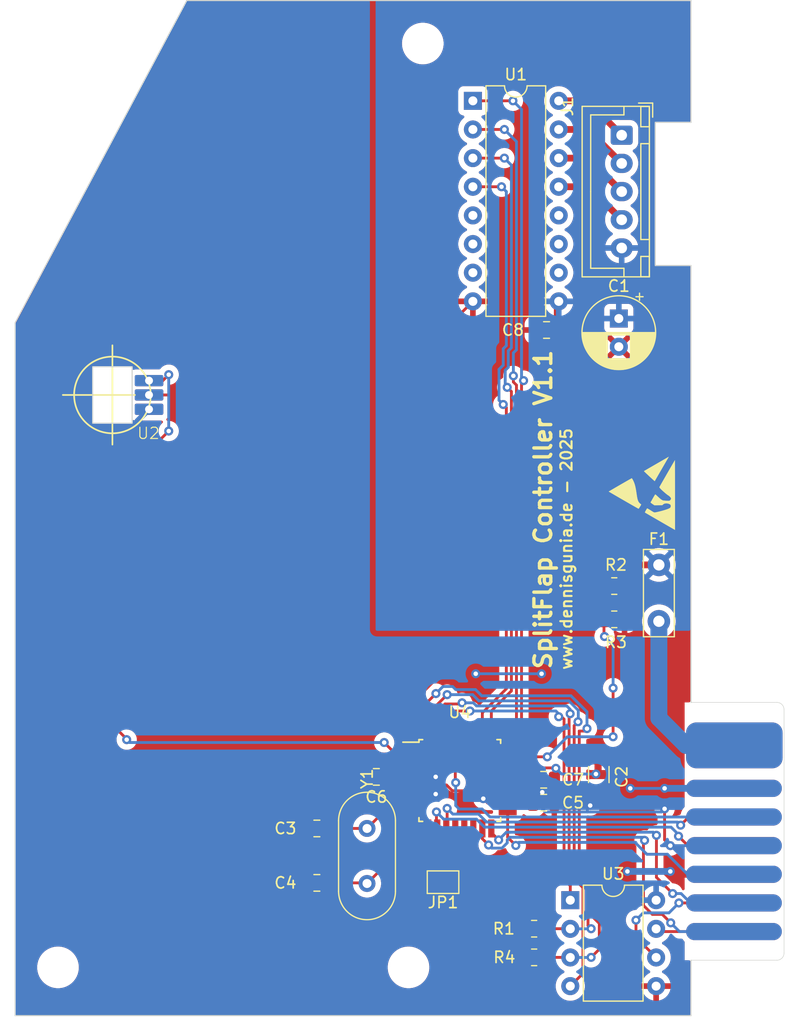
<source format=kicad_pcb>
(kicad_pcb (version 20241229) (generator "pcbnew") (generator_version "9.0")
  (layers (0 "F.Cu" signal) (2 "B.Cu" signal) (13 "F.Paste" user) (15 "B.Paste" user) (5 "F.SilkS" user "F.Silkscreen") (7 "B.SilkS" user "B.Silkscreen") (1 "F.Mask" user) (3 "B.Mask" user) (25 "Edge.Cuts" user))
  (net 0 "")
  (net 1 "+12V")
  (net 2 "GND")
  (net 3 "+5V")
  (net 4 "Net-(J1-Pin_2)")
  (net 5 "Net-(J1-Pin_3)")
  (net 6 "Net-(J1-Pin_4)")
  (net 7 "/BUS_HIGH")
  (net 8 "/BUS_LOW")
  (net 9 "/BUS_RESET")
  (net 10 "/BUS_DETC_IN")
  (net 11 "/BUS_DETC_OUT")
  (net 12 "/GATE_HOME")
  (net 13 "/MOT_A")
  (net 14 "/MOT_B")
  (net 15 "/MOT_C")
  (net 16 "/MOT_D")
  (net 23 "/BUS_RX")
  (net 24 "/BUS_TX")
  (net 25 "/PRG_MOSI")
  (net 26 "/PRG_MISO")
  (net 27 "/PRG_SCK")
  (net 28 "Net-(U4-PB6{slash}XTAL1)")
  (net 29 "Net-(U4-PB7{slash}XTAL2)")
  (net 31 "Net-(JP1-A)")
  (net 37 "Net-(J6-Pin_15)")
  (net 38 "Net-(U4-ADC7)")
  (net 39 "Net-(U4-AREF)")
  (net 40 "Net-(J1-Pin_1)")
  (net 41 "/~{BUS_RXE}")
  (net 42 "/~{BUS_TXE}")
  (footprint "Capacitor_SMD:C_1206_3216Metric" (layer "F.Cu") (at 138.176 105.459 90)
    (property "Reference" "C2")
    (property "Value" "10u 16V")
  )
  (footprint "Capacitor_SMD:C_0805_2012Metric" (layer "F.Cu") (at 133.538 66.04 180)
    (property "Reference" "C8")
    (property "Value" "100n")
  )
  (footprint "Capacitor_SMD:C_0805_2012Metric" (layer "F.Cu") (at 113.15 110.236)
    (property "Reference" "C3")
    (property "Value" "22p")
  )
  (footprint "Resistor_SMD:R_0805_2012Metric" (layer "F.Cu") (at 139.5495 88.744)
    (property "Reference" "R2")
    (property "Value" "10k")
  )
  (footprint "Crystal:Crystal_HC49-U_Vertical" (layer "F.Cu") (at 117.602 110.236 -90)
    (property "Reference" "Y1")
    (property "Value" "16,0000-HC49U-S")
  )
  (footprint "Dennis:Card Edge 16 power" (layer "F.Cu") (at 150.175 119.38 90)
    (property "Reference" "J6" (hide yes))
    (property "Value" "2x08 Edge Connector" (hide yes))
    (fp_line (start -2.54 -3.81) (end -2.54 3.81) (stroke (width 0.05)) (layer "Edge.Cuts"))
    (fp_line (start 20.32 3.81) (end 20.32 -3.81) (stroke (width 0.05)) (layer "Edge.Cuts"))
    (fp_line (start -1.905 4.445) (end 19.685 4.445) (stroke (width 0.05)) (layer "Edge.Cuts"))
    (fp_arc (start 20.32 3.81) (mid 20.134013 4.259013) (end 19.685 4.445) (stroke (width 0.05)) (layer "Edge.Cuts"))
    (fp_arc (start -1.905 4.445) (mid -2.354013 4.259013) (end -2.54 3.81) (stroke (width 0.05)) (layer "Edge.Cuts"))
  )
  (footprint "Package_QFP:TQFP-32_7x7mm_P0.8mm" (layer "F.Cu") (at 125.838 105.986)
    (property "Reference" "U4")
    (property "Value" "ATmega8A-A")
  )
  (footprint "Capacitor_THT:CP_Radial_D6.3mm_P2.50mm" (layer "F.Cu") (at 139.954 65.024 -90)
    (property "Reference" "C1")
    (property "Value" "10u 35V")
  )
  (footprint "Resistor_SMD:R_0805_2012Metric" (layer "F.Cu") (at 132.4375 119.126 180)
    (property "Reference" "R1")
    (property "Value" "10k")
  )
  (footprint "Capacitor_SMD:C_0805_2012Metric" (layer "F.Cu") (at 113.15 115.062)
    (property "Reference" "C4")
    (property "Value" "22p")
  )
  (footprint "Package_DIP:DIP-16_W7.62mm" (layer "F.Cu") (at 127 45.72)
    (property "Reference" "U1")
    (property "Value" "ULN2003")
  )
  (footprint "Resistor_SMD:R_0805_2012Metric" (layer "F.Cu") (at 132.4375 121.666 180)
    (property "Reference" "R4")
    (property "Value" "10k")
  )
  (footprint "MountingHole:MountingHole_3.2mm_M3" (layer "F.Cu") (at 122.555 40.64)
    (property "Reference" "H3" (hide yes))
    (property "Value" "MountingHole")
  )
  (footprint "Capacitor_SMD:C_0805_2012Metric" (layer "F.Cu") (at 118.43 105.664)
    (property "Reference" "C6")
    (property "Value" "100n")
  )
  (footprint "Dennis:UA A1101" (layer "F.Cu") (at 98.25 71.8)
    (property "Reference" "U2")
    (property "Value" "A1101")
    (fp_line (start -5 2.5) (end -5 -2.5) (stroke (width 0.1)) (layer "Edge.Cuts"))
    (fp_line (start -1.5 -2.5) (end -5 -2.5) (stroke (width 0.1)) (layer "Edge.Cuts"))
    (fp_line (start -1.5 0) (end -1.5 -2.5) (stroke (width 0.1)) (layer "Edge.Cuts"))
    (fp_line (start -1.5 0) (end -1.5 2.5) (stroke (width 0.1)) (layer "Edge.Cuts"))
    (fp_line (start -1.5 2.5) (end -5 2.5) (stroke (width 0.1)) (layer "Edge.Cuts"))
  )
  (footprint "MountingHole:MountingHole_3.2mm_M3" (layer "F.Cu") (at 121.285 122.555)
    (property "Reference" "H1" (hide yes))
    (property "Value" "MountingHole")
  )
  (footprint "Capacitor_SMD:C_0805_2012Metric" (layer "F.Cu") (at 133.284 107.95 180)
    (property "Reference" "C5")
    (property "Value" "100n")
  )
  (footprint "Jumper:SolderJumper-2_P1.3mm_Open_Pad1.0x1.5mm" (layer "F.Cu") (at 124.35 115 180)
    (property "Reference" "JP1")
    (property "Value" "Jumper Addr-Reset")
  )
  (footprint "Package_DIP:DIP-8_W7.62mm" (layer "F.Cu") (at 135.646 116.596)
    (property "Reference" "U3")
    (property "Value" "SN75176AP")
  )
  (footprint "Capacitor_SMD:C_0805_2012Metric" (layer "F.Cu") (at 133.284 105.918 180)
    (property "Reference" "C7")
    (property "Value" "100n")
  )
  (footprint "Connector_JST:JST_XH_B5B-XH-A_1x05_P2.50mm_Vertical" (layer "F.Cu") (at 140.208 48.768 -90)
    (property "Reference" "J1")
    (property "Value" "JST B5B-XH-A")
  )
  (footprint "Resistor_SMD:R_0805_2012Metric" (layer "F.Cu") (at 139.5495 91.694)
    (property "Reference" "R3")
    (property "Value" "1k")
  )
  (footprint "Symbol:ESD-Logo_6.6x6mm_SilkScreen" (layer "F.Cu") (at 141.986 80.518 90)
    (property "Reference" "REF**" (hide yes))
    (property "Value" "ESD-Logo_6.6x6mm_SilkScreen" (hide yes))
  )
  (footprint "Capacitor_THT:C_Disc_D7.5mm_W2.5mm_P5.00mm" (layer "F.Cu") (at 143.51 91.868 90)
    (property "Reference" "F1")
    (property "Value" "RXEF010")
  )
  (footprint "MountingHole:MountingHole_3.2mm_M3" (layer "F.Cu") (at 90.17 122.555)
    (property "Reference" "H2" (hide yes))
    (property "Value" "MountingHole")
  )
  (gr_circle (center 95 71.8) (end 95 68.4) (stroke (width 0.15)) (fill no) (layer "F.SilkS"))
  (gr_line (start 90.6 71.8) (end 97 71.8) (stroke (width 0.15)) (layer "F.SilkS"))
  (gr_line (start 95 67.4) (end 95 76.2) (stroke (width 0.15)) (layer "F.SilkS"))
  (gr_line (start 86.36 126.83) (end 146.36 126.83) (stroke (width 0.1)) (layer "Edge.Cuts"))
  (gr_line (start 143.19 47.625) (end 146.365 47.625) (stroke (width 0.1)) (layer "Edge.Cuts"))
  (gr_line (start 146.36 126.83) (end 146.365 121.92) (stroke (width 0.1)) (layer "Edge.Cuts"))
  (gr_line (start 146.36 36.83) (end 146.365 47.625) (stroke (width 0.1)) (layer "Edge.Cuts"))
  (gr_line (start 146.365 99.06) (end 146.36 60.325) (stroke (width 0.1)) (layer "Edge.Cuts"))
  (gr_line (start 101.6 36.83) (end 146.36 36.83) (stroke (width 0.1)) (layer "Edge.Cuts"))
  (gr_line (start 86.36 126.83) (end 86.36 65.405) (stroke (width 0.1)) (layer "Edge.Cuts"))
  (gr_line (start 86.36 65.405) (end 101.6 36.83) (stroke (width 0.1)) (layer "Edge.Cuts"))
  (gr_line (start 143.19 60.325) (end 143.19 47.625) (stroke (width 0.1)) (layer "Edge.Cuts"))
  (gr_line (start 146.36 60.325) (end 143.19 60.325) (stroke (width 0.1)) (layer "Edge.Cuts"))
  (gr_text "SplitFlap Controller V1.1" (at 134.112 96.266 90) (layer "F.SilkS") (effects (font (size 1.5 1.5) (thickness 0.3) (bold yes)) (justify left bottom)))
  (gr_text "www.dennisgunia.de - 2025" (at 135.89 96.266 90) (layer "F.SilkS") (effects (font (size 1 1) (thickness 0.1875)) (justify left bottom)))
  (segment (start 138.637 88.744) (end 140.513 86.868) (width 0.6) (layer "F.Cu") (net 1))
  (segment (start 140.208 64.77) (end 139.954 65.024) (width 0.6) (layer "F.Cu") (net 1))
  (segment (start 134.488 66.04) (end 134.488 63.632) (width 0.6) (layer "F.Cu") (net 1))
  (segment (start 140.513 86.868) (end 143.51 86.868) (width 0.6) (layer "F.Cu") (net 1))
  (segment (start 134.488 63.632) (end 134.62 63.5) (width 0.6) (layer "F.Cu") (net 1))
  (segment (start 139.954 59.022) (end 140.208 58.768) (width 0.6) (layer "B.Cu") (net 1))
  (segment (start 119.253 103.632) (end 117.48 103.632) (width 0.25) (layer "F.Cu") (net 2))
  (segment (start 120.538 104.786) (end 120.366 104.614) (width 0.25) (layer "F.Cu") (net 2))
  (segment (start 140.97 106.68) (end 140.462 106.68) (width 0.25) (layer "F.Cu") (net 2))
  (segment (start 140.462 106.68) (end 139.192 105.41) (width 0.25) (layer "F.Cu") (net 2))
  (segment (start 150.175 114.3) (end 144.78 114.3) (width 0.6) (layer "F.Cu") (net 2))
  (segment (start 134.332 104.868) (end 134.366 104.902) (width 0.25) (layer "F.Cu") (net 2))
  (segment (start 130.088 105.586) (end 131.1209 105.586) (width 0.25) (layer "F.Cu") (net 2))
  (segment (start 125.175695 106.897) (end 127.727 106.897) (width 0.25) (layer "F.Cu") (net 2))
  (segment (start 150.209 102.87) (end 142.748 102.87) (width 1.5) (layer "F.Cu") (net 2))
  (segment (start 139.192 105.41) (end 137.922 105.41) (width 0.25) (layer "F.Cu") (net 2))
  (segment (start 134.366 104.902) (end 134.366 105.786) (width 0.25) (layer "F.Cu") (net 2))
  (segment (start 120.235 104.614) (end 119.253 103.632) (width 0.25) (layer "F.Cu") (net 2))
  (segment (start 144.78 106.68) (end 144.018 106.68) (width 0.25) (layer "F.Cu") (net 2))
  (segment (start 131.1209 105.586) (end 131.8389 104.868) (width 0.25) (layer "F.Cu") (net 2))
  (segment (start 118.364 99.314) (end 121.402695 99.314) (width 0.25) (layer "F.Cu") (net 2))
  (segment (start 120.463 104.902) (end 120.463 106.311) (width 0.25) (layer "F.Cu") (net 2))
  (segment (start 137.922 105.41) (end 137.922 104.238) (width 0.25) (layer "F.Cu") (net 2))
  (segment (start 144.78 114.3) (end 144.526 114.046) (width 0.6) (layer "F.Cu") (net 2))
  (segment (start 120.463 104.861) (end 120.463 104.902) (width 0.25) (layer "F.Cu") (net 2))
  (segment (start 121.402695 99.314) (end 124.196695 96.52) (width 0.25) (layer "F.Cu") (net 2))
  (segment (start 129.038 105.586) (end 130.088 105.586) (width 0.25) (layer "F.Cu") (net 2))
  (segment (start 137.922 104.238) (end 138.176 103.984) (width 0.25) (layer "F.Cu") (net 2))
  (segment (start 121.588 106.386) (end 124.664695 106.386) (width 0.25) (layer "F.Cu") (net 2))
  (segment (start 134.366 105.786) (end 134.234 105.918) (width 0.25) (layer "F.Cu") (net 2))
  (segment (start 118.7 71.8) (end 127 63.5) (width 0.25) (layer "F.Cu") (net 2))
  (segment (start 150.175 106.68) (end 144.78 106.68) (width 0.25) (layer "F.Cu") (net 2))
  (segment (start 127.727 106.897) (end 129.038 105.586) (width 0.25) (layer "F.Cu") (net 2))
  (segment (start 120.366 104.614) (end 120.235 104.614) (width 0.25) (layer "F.Cu") (net 2))
  (segment (start 131.8389 104.868) (end 134.332 104.868) (width 0.25) (layer "F.Cu") (net 2))
  (segment (start 117.48 105.664) (end 117.48 103.632) (width 0.25) (layer "F.Cu") (net 2))
  (segment (start 134.234 107.95) (end 134.234 105.918) (width 0.25) (layer "F.Cu") (net 2))
  (segment (start 124.196695 96.52) (end 127.254 96.52) (width 0.25) (layer "F.Cu") (net 2))
  (segment (start 133.136 96.56) (end 133.096 96.52) (width 0.25) (layer "F.Cu") (net 2))
  (segment (start 124.664695 106.386) (end 125.175695 106.897) (width 0.25) (layer "F.Cu") (net 2))
  (segment (start 120.538 104.786) (end 120.463 104.861) (width 0.25) (layer "F.Cu") (net 2))
  (segment (start 98.25 71.8) (end 118.7 71.8) (width 0.25) (layer "F.Cu") (net 2))
  (segment (start 120.538 106.386) (end 121.588 106.386) (width 0.25) (layer "F.Cu") (net 2))
  (segment (start 120.463 106.311) (end 120.538 106.386) (width 0.25) (layer "F.Cu") (net 2))
  (segment (start 117.48 100.198) (end 118.364 99.314) (width 0.25) (layer "F.Cu") (net 2))
  (segment (start 117.48 103.632) (end 117.48 100.198) (width 0.25) (layer "F.Cu") (net 2))
  (segment (start 121.588 104.786) (end 120.538 104.786) (width 0.25) (layer "F.Cu") (net 2))
  (via (at 134.366 104.902) (size 0.8) (drill 0.4) (layers "F.Cu" "B.Cu") (net 2))
  (via (at 144.526 114.046) (size 0.8) (drill 0.4) (layers "F.Cu" "B.Cu") (net 2))
  (via (at 127.254 96.52) (size 0.8) (drill 0.4) (layers "F.Cu" "B.Cu") (net 2))
  (via (at 133.096 96.52) (size 0.8) (drill 0.4) (layers "F.Cu" "B.Cu") (net 2))
  (via (at 140.97 106.68) (size 0.8) (drill 0.4) (layers "F.Cu" "B.Cu") (net 2))
  (via (at 144.018 106.68) (size 0.8) (drill 0.4) (layers "F.Cu" "B.Cu") (net 2))
  (via (at 137.922 105.41) (size 0.8) (drill 0.4) (layers "F.Cu" "B.Cu") (net 2))
  (via (at 140.716 114.046) (size 0.8) (drill 0.4) (layers "F.Cu" "B.Cu") (net 2))
  (segment (start 144.018 106.68) (end 140.97 106.68) (width 0.25) (layer "B.Cu") (net 2))
  (segment (start 144.526 114.046) (end 140.716 114.046) (width 0.6) (layer "B.Cu") (net 2))
  (segment (start 133.096 96.52) (end 127.254 96.52) (width 0.25) (layer "B.Cu") (net 2))
  (segment (start 150.175 106.68) (end 144.018 106.68) (width 0.6) (layer "B.Cu") (net 2))
  (segment (start 137.922 105.41) (end 134.874 105.41) (width 0.25) (layer "B.Cu") (net 2))
  (segment (start 134.874 105.41) (end 134.366 104.902) (width 0.25) (layer "B.Cu") (net 2))
  (segment (start 128.313998 107.986) (end 130.088 107.986) (width 0.25) (layer "F.Cu") (net 3))
  (segment (start 138.647 107.405) (end 138.176 106.934) (width 0.25) (layer "F.Cu") (net 3))
  (segment (start 144.018 111.252) (end 144.526 111.76) (width 0.25) (layer "F.Cu") (net 3))
  (segment (start 119.38 106.389) (end 120.177 107.186) (width 0.25) (layer "F.Cu") (net 3))
  (segment (start 123.698 107.188) (end 121.59 107.188) (width 0.25) (layer "F.Cu") (net 3))
  (segment (start 119.38 105.664) (end 119.38 106.389) (width 0.25) (layer "F.Cu") (net 3))
  (segment (start 138.176 106.934) (end 138.176 107.442) (width 0.25) (layer "F.Cu") (net 3))
  (segment (start 133.159089 107.025008) (end 133.159089 107.124911) (width 0.25) (layer "F.Cu") (net 3))
  (segment (start 138.176 107.442) (end 137.414 108.204) (width 0.25) (layer "F.Cu") (net 3))
  (segment (start 144.018 108.4955) (end 144.018 111.252) (width 0.25) (layer "F.Cu") (net 3))
  (segment (start 120.177 107.186) (end 121.588 107.186) (width 0.25) (layer "F.Cu") (net 3))
  (segment (start 130.088 107.986) (end 132.486 107.986) (width 0.25) (layer "F.Cu") (net 3))
  (segment (start 127.922596 107.594598) (end 128.313998 107.986) (width 0.25) (layer "F.Cu") (net 3))
  (segment (start 121.588 105.586) (end 123.6225 105.586) (width 0.25) (layer "F.Cu") (net 3))
  (segment (start 123.6225 105.586) (end 123.698 105.6615) (width 0.25) (layer "F.Cu") (net 3))
  (segment (start 121.59 107.188) (end 121.588 107.186) (width 0.25) (layer "F.Cu") (net 3))
  (segment (start 133.159089 107.124911) (end 132.334 107.95) (width 0.25) (layer "F.Cu") (net 3))
  (via (at 144.018 108.4955) (size 0.8) (drill 0.4) (layers "F.Cu" "B.Cu") (net 3))
  (via (at 123.698 107.188) (size 0.8) (drill 0.4) (layers "F.Cu" "B.Cu") (net 3))
  (via (at 127.922596 107.594598) (size 0.8) (drill 0.4) (layers "F.Cu" "B.Cu") (net 3))
  (via (at 137.414 108.204) (size 0.8) (drill 0.4) (layers "F.Cu" "B.Cu") (net 3))
  (via (at 144.526 111.76) (size 0.8) (drill 0.4) (layers "F.Cu" "B.Cu") (net 3))
  (via (at 133.159089 107.025008) (size 0.8) (drill 0.4) (layers "F.Cu" "B.Cu") (net 3))
  (via (at 123.698 105.6615) (size 0.8) (drill 0.4) (layers "F.Cu" "B.Cu") (net 3))
  (segment (start 123.698 105.6615) (end 123.9125 105.447) (width 0.25) (layer "B.Cu") (net 3))
  (segment (start 135.948 108.77) (end 137.16 108.77) (width 0.25) (layer "B.Cu") (net 3))
  (segment (start 126.238 104.902) (end 127.922596 106.586596) (width 0.25) (layer "B.Cu") (net 3))
  (segment (start 133.096 107.088097) (end 133.159089 107.025008) (width 0.25) (layer "B.Cu") (net 3))
  (segment (start 124.46 105.41) (end 124.968 104.902) (width 0.25) (layer "B.Cu") (net 3))
  (segment (start 143.7435 108.77) (end 144.018 108.4955) (width 0.25) (layer "B.Cu") (net 3))
  (segment (start 137.16 108.77) (end 143.256 108.77) (width 0.25) (layer "B.Cu") (net 3))
  (segment (start 123.698 105.6615) (end 123.698 107.188) (width 0.25) (layer "B.Cu") (net 3))
  (segment (start 127.922596 106.586596) (end 127.922596 107.594598) (width 0.25) (layer "B.Cu") (net 3))
  (segment (start 124.968 104.902) (end 126.238 104.902) (width 0.25) (layer "B.Cu") (net 3))
  (segment (start 137.16 108.458) (end 137.16 108.77) (width 0.25) (layer "B.Cu") (net 3))
  (segment (start 123.9125 105.447) (end 124.46 105.447) (width 0.25) (layer "B.Cu") (net 3))
  (segment (start 137.414 108.204) (end 137.16 108.458) (width 0.25) (layer "B.Cu") (net 3))
  (segment (start 143.256 108.77) (end 143.7435 108.77) (width 0.25) (layer "B.Cu") (net 3))
  (segment (start 124.46 105.447) (end 124.46 105.41) (width 0.25) (layer "B.Cu") (net 3))
  (segment (start 135.948 108.77) (end 133.408 108.77) (width 0.25) (layer "B.Cu") (net 3))
  (segment (start 133.408 108.77) (end 133.096 108.458) (width 0.25) (layer "B.Cu") (net 3))
  (segment (start 144.526 111.76) (end 150.175 111.76) (width 0.25) (layer "B.Cu") (net 3))
  (segment (start 133.096 108.458) (end 133.096 107.088097) (width 0.25) (layer "B.Cu") (net 3))
  (segment (start 137.2 48.26) (end 140.208 51.268) (width 0.6) (layer "F.Cu") (net 4))
  (segment (start 134.62 48.26) (end 137.2 48.26) (width 0.6) (layer "F.Cu") (net 4))
  (segment (start 137.24 50.8) (end 140.208 53.768) (width 0.6) (layer "F.Cu") (net 5))
  (segment (start 134.62 50.8) (end 137.24 50.8) (width 0.6) (layer "F.Cu") (net 5))
  (segment (start 134.62 53.34) (end 137.28 53.34) (width 0.6) (layer "F.Cu") (net 6))
  (segment (start 137.28 53.34) (end 140.208 56.268) (width 0.6) (layer "F.Cu") (net 6))
  (segment (start 143.51 119.38) (end 143.266 119.136) (width 0.25) (layer "F.Cu") (net 7))
  (segment (start 150.175 119.38) (end 143.51 119.38) (width 0.25) (layer "F.Cu") (net 7))
  (segment (start 150.175 116.84) (end 145.288 116.84) (width 0.25) (layer "F.Cu") (net 8))
  (segment (start 141.478 119.888) (end 143.266 121.676) (width 0.25) (layer "F.Cu") (net 8))
  (segment (start 141.478 118.364) (end 141.478 119.888) (width 0.25) (layer "F.Cu") (net 8))
  (via (at 141.478 118.364) (size 0.8) (drill 0.4) (layers "F.Cu" "B.Cu") (net 8))
  (via (at 145.288 116.84) (size 0.8) (drill 0.4) (layers "F.Cu" "B.Cu") (net 8))
  (segment (start 145.288 116.84) (end 144.407 117.721) (width 0.25) (layer "B.Cu") (net 8))
  (segment (start 142.121 117.721) (end 141.478 118.364) (width 0.25) (layer "B.Cu") (net 8))
  (segment (start 144.407 117.721) (end 142.121 117.721) (width 0.25) (layer "B.Cu") (net 8))
  (segment (start 125.476 106.172) (end 125.438 106.134) (width 0.25) (layer "F.Cu") (net 9))
  (segment (start 125.438 106.134) (end 125.438 101.736) (width 0.25) (layer "F.Cu") (net 9))
  (via (at 125.476 106.172) (size 0.8) (drill 0.4) (layers "F.Cu" "B.Cu") (net 9))
  (segment (start 150.175 109.22) (end 128.524 109.22) (width 0.25) (layer "B.Cu") (net 9))
  (segment (start 128.524 109.22) (end 127.815198 108.511198) (width 0.25) (layer "B.Cu") (net 9))
  (segment (start 125.783198 108.511198) (end 125.476 108.204) (width 0.25) (layer "B.Cu") (net 9))
  (segment (start 127.815198 108.511198) (end 125.783198 108.511198) (width 0.25) (layer "B.Cu") (net 9))
  (segment (start 125.476 108.204) (end 125.476 106.172) (width 0.25) (layer "B.Cu") (net 9))
  (segment (start 150.175 109.22) (end 146.166987 109.22) (width 0.25) (layer "F.Cu") (net 10))
  (segment (start 146.166987 109.22) (end 145.442487 109.9445) (width 0.25) (layer "F.Cu") (net 10))
  (segment (start 124.714 110.16) (end 124.638 110.236) (width 0.25) (layer "F.Cu") (net 10))
  (segment (start 124.714 108.458) (end 124.714 110.16) (width 0.25) (layer "F.Cu") (net 10))
  (via (at 124.714 108.458) (size 0.8) (drill 0.4) (layers "F.Cu" "B.Cu") (net 10))
  (via (at 145.442487 109.9445) (size 0.8) (drill 0.4) (layers "F.Cu" "B.Cu") (net 10))
  (segment (start 125.217198 108.961198) (end 124.714 108.458) (width 0.25) (layer "B.Cu") (net 10))
  (segment (start 127.503198 108.961198) (end 125.217198 108.961198) (width 0.25) (layer "B.Cu") (net 10))
  (segment (start 145.442487 109.9445) (end 145.167987 109.67) (width 0.25) (layer "B.Cu") (net 10))
  (segment (start 145.167987 109.67) (end 128.212 109.67) (width 0.25) (layer "B.Cu") (net 10))
  (segment (start 128.212 109.67) (end 127.503198 108.961198) (width 0.25) (layer "B.Cu") (net 10))
  (segment (start 146.087011 111.76) (end 145.252861 110.92585) (width 0.25) (layer "F.Cu") (net 11))
  (segment (start 123.765788 108.77407) (end 123.765788 110.163788) (width 0.25) (layer "F.Cu") (net 11))
  (segment (start 123.765788 110.163788) (end 123.838 110.236) (width 0.25) (layer "F.Cu") (net 11))
  (segment (start 150.175 111.76) (end 146.087011 111.76) (width 0.25) (layer "F.Cu") (net 11))
  (via (at 123.765788 108.77407) (size 0.8) (drill 0.4) (layers "F.Cu" "B.Cu") (net 11))
  (via (at 145.252861 110.92585) (size 0.8) (drill 0.4) (layers "F.Cu" "B.Cu") (net 11))
  (segment (start 124.402916 109.411198) (end 123.765788 108.77407) (width 0.25) (layer "B.Cu") (net 11))
  (segment (start 144.717487 110.244805) (end 144.592682 110.12) (width 0.25) (layer "B.Cu") (net 11))
  (segment (start 145.252861 110.780179) (end 144.717487 110.244805) (width 0.25) (layer "B.Cu") (net 11))
  (segment (start 145.252861 110.92585) (end 145.252861 110.780179) (width 0.25) (layer "B.Cu") (net 11))
  (segment (start 131.064 110.12) (end 128.025604 110.12) (width 0.25) (layer "B.Cu") (net 11))
  (segment (start 127.316802 109.411198) (end 124.402916 109.411198) (width 0.25) (layer "B.Cu") (net 11))
  (segment (start 144.592682 110.12) (end 131.064 110.12) (width 0.25) (layer "B.Cu") (net 11))
  (segment (start 128.025604 110.12) (end 127.316802 109.411198) (width 0.25) (layer "B.Cu") (net 11))
  (segment (start 99.47 70.53) (end 100 70) (width 0.25) (layer "F.Cu") (net 12))
  (segment (start 121.588 103.986) (end 120.496 103.986) (width 0.25) (layer "F.Cu") (net 12))
  (segment (start 96.266 102.362) (end 96.266 102.312) (width 0.25) (layer "F.Cu") (net 12))
  (segment (start 95.3 79.7) (end 100 75) (width 0.25) (layer "F.Cu") (net 12))
  (segment (start 95.3 101.346) (end 95.3 79.7) (width 0.25) (layer "F.Cu") (net 12))
  (segment (start 96.266 102.312) (end 95.3 101.346) (width 0.25) (layer "F.Cu") (net 12))
  (segment (start 98.25 70.53) (end 99.47 70.53) (width 0.25) (layer "F.Cu") (net 12))
  (segment (start 120.496 103.986) (end 119.126 102.616) (width 0.25) (layer "F.Cu") (net 12))
  (via (at 96.266 102.362) (size 0.8) (drill 0.4) (layers "F.Cu" "B.Cu") (net 12))
  (via (at 100 70) (size 0.8) (drill 0.4) (layers "F.Cu" "B.Cu") (net 12))
  (via (at 119.126 102.616) (size 0.8) (drill 0.4) (layers "F.Cu" "B.Cu") (net 12))
  (via (at 100 75) (size 0.8) (drill 0.4) (layers "F.Cu" "B.Cu") (net 12))
  (segment (start 119.126 102.616) (end 96.52 102.616) (width 0.25) (layer "B.Cu") (net 12))
  (segment (start 96.52 102.616) (end 96.266 102.362) (width 0.25) (layer "B.Cu") (net 12))
  (segment (start 100 70) (end 100 75) (width 0.25) (layer "B.Cu") (net 12))
  (segment (start 131.318 103.806) (end 131.318 70.708316) (width 0.25) (layer "F.Cu") (net 13))
  (segment (start 130.556 45.72) (end 127 45.72) (width 0.25) (layer "F.Cu") (net 13))
  (segment (start 131.318 70.708316) (end 131.498973 70.527343) (width 0.25) (layer "F.Cu") (net 13))
  (segment (start 130.088 103.986) (end 131.138 103.986) (width 0.25) (layer "F.Cu") (net 13))
  (segment (start 131.138 103.986) (end 131.318 103.806) (width 0.25) (layer "F.Cu") (net 13))
  (via (at 130.556 45.72) (size 0.8) (drill 0.4) (layers "F.Cu" "B.Cu") (net 13))
  (via (at 131.498973 70.527343) (size 0.8) (drill 0.4) (layers "F.Cu" "B.Cu") (net 13))
  (segment (start 131.318 67.564) (end 131.318 70.34637) (width 0.25) (layer "B.Cu") (net 13))
  (segment (start 131.318 67.564) (end 131.318 46.482) (width 0.25) (layer "B.Cu") (net 13))
  (segment (start 131.318 70.34637) (end 131.498973 70.527343) (width 0.25) (layer "B.Cu") (net 13))
  (segment (start 131.318 46.482) (end 130.556 45.72) (width 0.25) (layer "B.Cu") (net 13))
  (segment (start 131.318 68.58) (end 131.318 67.564) (width 0.25) (layer "B.Cu") (net 13))
  (segment (start 130.593 70.649) (end 130.868 70.924) (width 0.25) (layer "F.Cu") (net 14))
  (segment (start 129.794 48.26) (end 127 48.26) (width 0.25) (layer "F.Cu") (net 14))
  (segment (start 130.868 102.406) (end 130.088 103.186) (width 0.25) (layer "F.Cu") (net 14))
  (segment (start 130.868 70.924) (end 130.868 102.406) (width 0.25) (layer "F.Cu") (net 14))
  (segment (start 130.593 70.104) (end 130.593 70.649) (width 0.25) (layer "F.Cu") (net 14))
  (via (at 129.794 48.26) (size 0.8) (drill 0.4) (layers "F.Cu" "B.Cu") (net 14))
  (via (at 130.593 70.104) (size 0.8) (drill 0.4) (layers "F.Cu" "B.Cu") (net 14))
  (segment (start 130.868 49.334) (end 130.868 67.797) (width 0.25) (layer "B.Cu") (net 14))
  (segment (start 129.794 48.26) (end 130.868 49.334) (width 0.25) (layer "B.Cu") (net 14))
  (segment (start 130.593 68.072) (end 130.593 70.104) (width 0.25) (layer "B.Cu") (net 14))
  (segment (start 130.868 67.797) (end 130.593 68.072) (width 0.25) (layer "B.Cu") (net 14))
  (segment (start 130.418 71.496597) (end 130.418 98.042) (width 0.25) (layer "F.Cu") (net 15))
  (segment (start 130.044461 71.123058) (end 130.418 71.496597) (width 0.25) (layer "F.Cu") (net 15))
  (segment (start 129.794 50.8) (end 127 50.8) (width 0.25) (layer "F.Cu") (net 15))
  (segment (start 128.638 99.822) (end 128.638 101.736) (width 0.25) (layer "F.Cu") (net 15))
  (segment (start 130.418 98.042) (end 128.638 99.822) (width 0.25) (layer "F.Cu") (net 15))
  (via (at 130.044461 71.123058) (size 0.8) (drill 0.4) (layers "F.Cu" "B.Cu") (net 15))
  (via (at 129.794 50.8) (size 0.8) (drill 0.4) (layers "F.Cu" "B.Cu") (net 15))
  (segment (start 130.418 67.610604) (end 130.143 67.885604) (width 0.25) (layer "B.Cu") (net 15))
  (segment (start 130.143 69.342) (end 129.868 69.617) (width 0.25) (layer "B.Cu") (net 15))
  (segment (start 129.868 69.617) (end 129.868 70.946597) (width 0.25) (layer "B.Cu") (net 15))
  (segment (start 129.868 70.946597) (end 130.044461 71.123058) (width 0.25) (layer "B.Cu") (net 15))
  (segment (start 130.418 51.424) (end 130.418 67.610604) (width 0.25) (layer "B.Cu") (net 15))
  (segment (start 130.143 67.885604) (end 130.143 69.342) (width 0.25) (layer "B.Cu") (net 15))
  (segment (start 129.794 50.8) (end 130.418 51.424) (width 0.25) (layer "B.Cu") (net 15))
  (segment (start 129.54 53.34) (end 127 53.34) (width 0.25) (layer "F.Cu") (net 16))
  (segment (start 127.838 99.985604) (end 127.838 101.736) (width 0.25) (layer "F.Cu") (net 16))
  (segment (start 129.693 72.644) (end 129.968 72.919) (width 0.25) (layer "F.Cu") (net 16))
  (segment (start 129.968 72.919) (end 129.968 97.855604) (width 0.25) (layer "F.Cu") (net 16))
  (segment (start 129.968 97.855604) (end 127.838 99.985604) (width 0.25) (layer "F.Cu") (net 16))
  (via (at 129.54 53.34) (size 0.8) (drill 0.4) (layers "F.Cu" "B.Cu") (net 16))
  (via (at 129.693 72.644) (size 0.8) (drill 0.4) (layers "F.Cu" "B.Cu") (net 16))
  (segment (start 129.693 67.699208) (end 129.693 69.155604) (width 0.25) (layer "B.Cu") (net 16))
  (segment (start 129.319461 72.270461) (end 129.693 72.644) (width 0.25) (layer "B.Cu") (net 16))
  (segment (start 129.693 69.155604) (end 129.319461 69.529143) (width 0.25) (layer "B.Cu") (net 16))
  (segment (start 129.968 67.424208) (end 129.693 67.699208) (width 0.25) (layer "B.Cu") (net 16))
  (segment (start 129.54 53.34) (end 129.968 53.768) (width 0.25) (layer "B.Cu") (net 16))
  (segment (start 129.968 53.768) (end 129.968 67.424208) (width 0.25) (layer "B.Cu") (net 16))
  (segment (start 129.319461 69.529143) (end 129.319461 72.270461) (width 0.25) (layer "B.Cu") (net 16))
  (segment (start 134.874 100.33) (end 135.091 100.547) (width 0.25) (layer "F.Cu") (net 23))
  (segment (start 124.9165 99.822) (end 126.746 99.822) (width 0.25) (layer "F.Cu") (net 23))
  (segment (start 124.638 100.1005) (end 124.9165 99.822) (width 0.25) (layer "F.Cu") (net 23))
  (segment (start 135.091 114.761) (end 135.646 115.316) (width 0.25) (layer "F.Cu") (net 23))
  (segment (start 135.091 100.547) (end 135.091 114.761) (width 0.25) (layer "F.Cu") (net 23))
  (segment (start 134.62 100.33) (end 134.874 100.33) (width 0.25) (layer "F.Cu") (net 23))
  (segment (start 135.646 115.316) (end 135.646 116.596) (width 0.25) (layer "F.Cu") (net 23))
  (segment (start 124.638 101.736) (end 124.638 100.1005) (width 0.25) (layer "F.Cu") (net 23))
  (via (at 134.62 100.33) (size 0.8) (drill 0.4) (layers "F.Cu" "B.Cu") (net 23))
  (via (at 126.746 99.822) (size 0.8) (drill 0.4) (layers "F.Cu" "B.Cu") (net 23))
  (segment (start 126.746 99.822) (end 134.366 99.822) (width 0.25) (layer "B.Cu") (net 23))
  (segment (start 134.62 100.076) (end 134.62 100.33) (width 0.25) (layer "B.Cu") (net 23))
  (segment (start 134.366 99.822) (end 134.62 100.076) (width 0.25) (layer "B.Cu") (net 23))
  (segment (start 124.524594 99.198302) (end 125.938443 99.198302) (width 0.25) (layer "F.Cu") (net 24))
  (segment (start 125.938443 99.198302) (end 126.039245 99.0975) (width 0.25) (layer "F.Cu") (net 24))
  (segment (start 136.771 123.091) (end 135.646 124.216) (width 0.25) (layer "F.Cu") (net 24))
  (segment (start 124.524594 99.198302) (end 123.838 99.884896) (width 0.25) (layer "F.Cu") (net 24))
  (segment (start 135.541 100.154503) (end 135.541 114.253) (width 0.25) (layer "F.Cu") (net 24))
  (segment (start 135.541 114.253) (end 136.771 115.483) (width 0.25) (layer "F.Cu") (net 24))
  (segment (start 136.771 115.483) (end 136.771 123.091) (width 0.25) (layer "F.Cu") (net 24))
  (segment (start 123.838 99.884896) (end 123.838 101.736) (width 0.25) (layer "F.Cu") (net 24))
  (segment (start 135.632051 100.063452) (end 135.541 100.154503) (width 0.25) (layer "F.Cu") (net 24))
  (via (at 135.632051 100.063452) (size 0.8) (drill 0.4) (layers "F.Cu" "B.Cu") (net 24))
  (via (at 126.039245 99.0975) (size 0.8) (drill 0.4) (layers "F.Cu" "B.Cu") (net 24))
  (segment (start 127.321305 99.372) (end 135.329508 99.372) (width 0.25) (layer "B.Cu") (net 24))
  (segment (start 126.039745 99.097) (end 127.046305 99.097) (width 0.25) (layer "B.Cu") (net 24))
  (segment (start 135.329508 99.372) (end 135.632051 99.674543) (width 0.25) (layer "B.Cu") (net 24))
  (segment (start 127.046305 99.097) (end 127.321305 99.372) (width 0.25) (layer "B.Cu") (net 24))
  (segment (start 126.039245 99.0975) (end 126.039745 99.097) (width 0.25) (layer "B.Cu") (net 24))
  (segment (start 135.632051 99.674543) (end 135.632051 100.063452) (width 0.25) (layer "B.Cu") (net 24))
  (segment (start 142.935009 117.856) (end 143.812524 117.856) (width 0.25) (layer "F.Cu") (net 25))
  (segment (start 142.141 111.3935) (end 142.141 117.061991) (width 0.25) (layer "F.Cu") (net 25))
  (segment (start 143.812524 117.856) (end 144.560387 118.603863) (width 0.25) (layer "F.Cu") (net 25))
  (segment (start 142.141 117.061991) (end 142.935009 117.856) (width 0.25) (layer "F.Cu") (net 25))
  (segment (start 127.838 111.146142) (end 128.393193 111.701335) (width 0.25) (layer "F.Cu") (net 25))
  (segment (start 127.838 110.236) (end 127.838 111.146142) (width 0.25) (layer "F.Cu") (net 25))
  (segment (start 142.24 111.2945) (end 142.141 111.3935) (width 0.25) (layer "F.Cu") (net 25))
  (via (at 142.24 111.2945) (size 0.8) (drill 0.4) (layers "F.Cu" "B.Cu") (net 25))
  (via (at 144.560387 118.603863) (size 0.8) (drill 0.4) (layers "F.Cu" "B.Cu") (net 25))
  (via (at 128.393193 111.701335) (size 0.8) (drill 0.4) (layers "F.Cu" "B.Cu") (net 25))
  (segment (start 128.668858 111.977) (end 129.586305 111.977) (width 0.25) (layer "B.Cu") (net 25))
  (segment (start 128.393193 111.701335) (end 128.668858 111.977) (width 0.25) (layer "B.Cu") (net 25))
  (segment (start 144.560387 118.603863) (end 145.336524 119.38) (width 0.25) (layer "B.Cu") (net 25))
  (segment (start 129.586305 111.977) (end 130.048 111.515305) (width 0.25) (layer "B.Cu") (net 25))
  (segment (start 145.336524 119.38) (end 150.175 119.38) (width 0.25) (layer "B.Cu") (net 25))
  (segment (start 142.24 111.02) (end 142.24 111.2945) (width 0.25) (layer "B.Cu") (net 25))
  (segment (start 130.048 111.515305) (end 130.048 111.252) (width 0.25) (layer "B.Cu") (net 25))
  (segment (start 130.048 111.252) (end 130.28 111.02) (width 0.25) (layer "B.Cu") (net 25))
  (segment (start 130.28 111.02) (end 142.24 111.02) (width 0.25) (layer "B.Cu") (net 25))
  (segment (start 143.2935 110.8445) (end 143.2935 114.568288) (width 0.25) (layer "F.Cu") (net 26))
  (segment (start 128.638 110.236) (end 128.638 110.604) (width 0.25) (layer "F.Cu") (net 26))
  (segment (start 143.2935 114.568288) (end 144.733576 116.008364) (width 0.25) (layer "F.Cu") (net 26))
  (segment (start 128.638 110.604) (end 129.286 111.252) (width 0.25) (layer "F.Cu") (net 26))
  (via (at 129.286 111.252) (size 0.8) (drill 0.4) (layers "F.Cu" "B.Cu") (net 26))
  (via (at 143.2935 110.8445) (size 0.8) (drill 0.4) (layers "F.Cu" "B.Cu") (net 26))
  (via (at 144.733576 116.008364) (size 0.8) (drill 0.4) (layers "F.Cu" "B.Cu") (net 26))
  (segment (start 150.175 116.84) (end 146.313305 116.84) (width 0.25) (layer "B.Cu") (net 26))
  (segment (start 130.302 110.57) (end 143.002 110.57) (width 0.25) (layer "B.Cu") (net 26))
  (segment (start 145.481669 116.008364) (end 144.733576 116.008364) (width 0.25) (layer "B.Cu") (net 26))
  (segment (start 129.286 111.252) (end 129.968 110.57) (width 0.25) (layer "B.Cu") (net 26))
  (segment (start 143.019 110.57) (end 143.2935 110.8445) (width 0.25) (layer "B.Cu") (net 26))
  (segment (start 129.968 110.57) (end 130.302 110.57) (width 0.25) (layer "B.Cu") (net 26))
  (segment (start 143.002 110.57) (end 143.019 110.57) (width 0.25) (layer "B.Cu") (net 26))
  (segment (start 146.313305 116.84) (end 145.481669 116.008364) (width 0.25) (layer "B.Cu") (net 26))
  (segment (start 130.088 111.0225) (end 130.088 108.786) (width 0.25) (layer "F.Cu") (net 27))
  (segment (start 130.81 111.7445) (end 130.088 111.0225) (width 0.25) (layer "F.Cu") (net 27))
  (via (at 130.81 111.7445) (size 0.8) (drill 0.4) (layers "F.Cu" "B.Cu") (net 27))
  (segment (start 141.442 111.47) (end 141.478 111.506) (width 0.25) (layer "B.Cu") (net 27))
  (segment (start 141.478 111.557805) (end 142.442196 112.522) (width 0.25) (layer "B.Cu") (net 27))
  (segment (start 142.442196 112.522) (end 144.272 112.522) (width 0.25) (layer "B.Cu") (net 27))
  (segment (start 130.81 111.7445) (end 131.0845 111.47) (width 0.25) (layer "B.Cu") (net 27))
  (segment (start 144.272 112.522) (end 146.05 114.3) (width 0.25) (layer "B.Cu") (net 27))
  (segment (start 141.478 111.506) (end 141.478 111.557805) (width 0.25) (layer "B.Cu") (net 27))
  (segment (start 146.05 114.3) (end 150.175 114.3) (width 0.25) (layer "B.Cu") (net 27))
  (segment (start 131.0845 111.47) (end 141.442 111.47) (width 0.25) (layer "B.Cu") (net 27))
  (segment (start 121.588 107.986) (end 119.852 107.986) (width 0.25) (layer "F.Cu") (net 28))
  (segment (start 114.1 110.236) (end 117.602 110.236) (width 0.25) (layer "F.Cu") (net 28))
  (segment (start 119.852 107.986) (end 117.602 110.236) (width 0.25) (layer "F.Cu") (net 28))
  (segment (start 121.588 108.786) (end 119.688396 108.786) (width 0.25) (layer "F.Cu") (net 29))
  (segment (start 114.1 115.062) (end 117.656 115.062) (width 0.25) (layer "F.Cu") (net 29))
  (segment (start 119.688396 108.786) (end 119.063198 109.411198) (width 0.25) (layer "F.Cu") (net 29))
  (segment (start 119.063198 113.654802) (end 117.602 115.116) (width 0.25) (layer "F.Cu") (net 29))
  (segment (start 119.063198 109.411198) (end 119.063198 113.654802) (width 0.25) (layer "F.Cu") (net 29))
  (segment (start 125.438 110.236) (end 125.438 114.562) (width 0.25) (layer "F.Cu") (net 31))
  (segment (start 125.438 114.562) (end 125 115) (width 0.25) (layer "F.Cu") (net 31))
  (segment (start 143.51 100.455) (end 145.925 102.87) (width 1.5) (layer "B.Cu") (net 37))
  (segment (start 150.209 102.87) (end 149.955 102.616) (width 0.6) (layer "B.Cu") (net 37))
  (segment (start 143.51 91.868) (end 143.51 100.455) (width 1.5) (layer "B.Cu") (net 37))
  (segment (start 145.925 102.87) (end 150.209 102.87) (width 1.5) (layer "B.Cu") (net 37))
  (segment (start 138.637 91.694) (end 138.637 91.233) (width 0.6) (layer "F.Cu") (net 38))
  (segment (start 139.446 102.108) (end 139.446 97.79) (width 0.25) (layer "F.Cu") (net 38))
  (segment (start 140.462 89.408) (end 140.462 88.744) (width 0.6) (layer "F.Cu") (net 38))
  (segment (start 131.284504 104.786) (end 132.184504 103.886) (width 0.25) (layer "F.Cu") (net 38))
  (segment (start 138.637 91.694) (end 138.637 93.171) (width 0.25) (layer "F.Cu") (net 38))
  (segment (start 132.184504 103.886) (end 133.604 103.886) (width 0.25) (layer "F.Cu") (net 38))
  (segment (start 138.383 91.948) (end 138.637 91.694) (width 0.25) (layer "F.Cu") (net 38))
  (segment (start 138.637 91.233) (end 140.462 89.408) (width 0.6) (layer "F.Cu") (net 38))
  (segment (start 138.637 93.171) (end 138.684 93.218) (width 0.25) (layer "F.Cu") (net 38))
  (segment (start 130.088 104.786) (end 131.284504 104.786) (width 0.25) (layer "F.Cu") (net 38))
  (via (at 139.446 102.108) (size 0.8) (drill 0.4) (layers "F.Cu" "B.Cu") (net 38))
  (via (at 138.684 93.218) (size 0.8) (drill 0.4) (layers "F.Cu" "B.Cu") (net 38))
  (via (at 139.446 97.79) (size 0.8) (drill 0.4) (layers "F.Cu" "B.Cu") (net 38))
  (via (at 133.604 103.886) (size 0.8) (drill 0.4) (layers "F.Cu" "B.Cu") (net 38))
  (segment (start 135.382 102.108) (end 139.446 102.108) (width 0.25) (layer "B.Cu") (net 38))
  (segment (start 138.684 93.218) (end 139.446 93.98) (width 0.25) (layer "B.Cu") (net 38))
  (segment (start 139.446 93.98) (end 139.446 97.79) (width 0.25) (layer "B.Cu") (net 38))
  (segment (start 133.604 103.886) (end 135.382 102.108) (width 0.25) (layer "B.Cu") (net 38))
  (segment (start 131.866 106.386) (end 130.088 106.386) (width 0.25) (layer "F.Cu") (net 39))
  (segment (start 132.334 105.918) (end 131.866 106.386) (width 0.25) (layer "F.Cu") (net 39))
  (segment (start 137.16 45.72) (end 140.208 48.768) (width 0.6) (layer "F.Cu") (net 40))
  (segment (start 134.62 45.72) (end 137.16 45.72) (width 0.6) (layer "F.Cu") (net 40))
  (segment (start 137.221 115.296604) (end 136.957396 115.033) (width 0.25) (layer "F.Cu") (net 41))
  (segment (start 137.221 118.851) (end 137.221 115.296604) (width 0.25) (layer "F.Cu") (net 41))
  (segment (start 124.714 98.3725) (end 123.038 100.0485) (width 0.25) (layer "F.Cu") (net 41))
  (segment (start 136.957396 115.033) (end 135.991 114.066604) (width 0.25) (layer "F.Cu") (net 41))
  (segment (start 123.038 100.0485) (end 123.038 101.736) (width 0.25) (layer "F.Cu") (net 41))
  (segment (start 135.991 101.346) (end 135.991 101.118672) (width 0.25) (layer "F.Cu") (net 41))
  (segment (start 133.35 119.126) (end 135.636 119.126) (width 0.25) (layer "F.Cu") (net 41))
  (segment (start 135.636 119.126) (end 135.646 119.136) (width 0.25) (layer "F.Cu") (net 41))
  (segment (start 135.991 111.252) (end 135.991 101.346) (width 0.25) (layer "F.Cu") (net 41))
  (segment (start 135.991 101.118672) (end 136.333246 100.776426) (width 0.25) (layer "F.Cu") (net 41))
  (segment (start 135.991 114.066604) (end 135.991 111.252) (width 0.25) (layer "F.Cu") (net 41))
  (segment (start 137.496 119.126) (end 137.221 118.851) (width 0.25) (layer "F.Cu") (net 41))
  (via (at 124.714 98.3725) (size 0.8) (drill 0.4) (layers "F.Cu" "B.Cu") (net 41))
  (via (at 137.496 119.126) (size 0.8) (drill 0.4) (layers "F.Cu" "B.Cu") (net 41))
  (via (at 136.333246 100.776426) (size 0.8) (drill 0.4) (layers "F.Cu" "B.Cu") (net 41))
  (segment (start 126.979 98.3725) (end 124.714 98.3725) (width 0.25) (layer "B.Cu") (net 41))
  (segment (start 127.5285 98.922) (end 126.979 98.3725) (width 0.25) (layer "B.Cu") (net 41))
  (segment (start 136.333246 100.776426) (end 136.357051 100.752621) (width 0.25) (layer "B.Cu") (net 41))
  (segment (start 135.646 119.136) (end 137.486 119.136) (width 0.25) (layer "B.Cu") (net 41))
  (segment (start 135.515904 98.922) (end 127.5285 98.922) (width 0.25) (layer "B.Cu") (net 41))
  (segment (start 137.486 119.136) (end 137.496 119.126) (width 0.25) (layer "B.Cu") (net 41))
  (segment (start 136.357051 99.763147) (end 135.515904 98.922) (width 0.25) (layer "B.Cu") (net 41))
  (segment (start 136.357051 100.752621) (end 136.357051 99.763147) (width 0.25) (layer "B.Cu") (net 41))
  (segment (start 137.671 115.110208) (end 136.756396 114.195604) (width 0.25) (layer "F.Cu") (net 42))
  (segment (start 137.496 121.666) (end 138.221 120.941) (width 0.25) (layer "F.Cu") (net 42))
  (segment (start 133.35 121.666) (end 135.636 121.666) (width 0.25) (layer "F.Cu") (net 42))
  (segment (start 138.221 120.941) (end 138.221 118.66) (width 0.25) (layer "F.Cu") (net 42))
  (segment (start 136.441 105.156) (end 136.441 101.6) (width 0.25) (layer "F.Cu") (net 42))
  (segment (start 136.441 101.6) (end 136.911274 101.6) (width 0.25) (layer "F.Cu") (net 42))
  (segment (start 138.221 118.66) (end 137.671 118.11) (width 0.25) (layer "F.Cu") (net 42))
  (segment (start 123.718743 98.275195) (end 121.588 100.405938) (width 0.25) (layer "F.Cu") (net 42))
  (segment (start 137.671 118.11) (end 137.671 115.57) (width 0.25) (layer "F.Cu") (net 42))
  (segment (start 135.636 121.666) (end 135.646 121.676) (width 0.25) (layer "F.Cu") (net 42))
  (segment (start 136.756396 114.195604) (end 136.441 113.880208) (width 0.25) (layer "F.Cu") (net 42))
  (segment (start 121.588 100.405938) (end 121.588 103.186) (width 0.25) (layer "F.Cu") (net 42))
  (segment (start 137.671 115.57) (end 137.671 115.110208) (width 0.25) (layer "F.Cu") (net 42))
  (segment (start 136.911274 101.6) (end 137.128274 101.383) (width 0.25) (layer "F.Cu") (net 42))
  (segment (start 136.441 113.880208) (end 136.441 105.156) (width 0.25) (layer "F.Cu") (net 42))
  (via (at 123.718743 98.275195) (size 0.8) (drill 0.4) (layers "F.Cu" "B.Cu") (net 42))
  (via (at 137.128274 101.383) (size 0.8) (drill 0.4) (layers "F.Cu" "B.Cu") (net 42))
  (via (at 137.496 121.666) (size 0.8) (drill 0.4) (layers "F.Cu" "B.Cu") (net 42))
  (segment (start 137.128274 101.383) (end 137.128274 99.897974) (width 0.25) (layer "B.Cu") (net 42))
  (segment (start 137.486 121.676) (end 137.496 121.666) (width 0.25) (layer "B.Cu") (net 42))
  (segment (start 135.646 121.676) (end 137.486 121.676) (width 0.25) (layer "B.Cu") (net 42))
  (segment (start 125.476 97.9225) (end 125.201 97.6475) (width 0.25) (layer "B.Cu") (net 42))
  (segment (start 124.346438 97.6475) (end 123.718743 98.275195) (width 0.25) (layer "B.Cu") (net 42))
  (segment (start 127.7825 98.472) (end 127.233 97.9225) (width 0.25) (layer "B.Cu") (net 42))
  (segment (start 137.128274 99.897974) (end 135.7023 98.472) (width 0.25) (layer "B.Cu") (net 42))
  (segment (start 127.233 97.9225) (end 125.476 97.9225) (width 0.25) (layer "B.Cu") (net 42))
  (segment (start 135.7023 98.472) (end 127.7825 98.472) (width 0.25) (layer "B.Cu") (net 42))
  (segment (start 125.201 97.6475) (end 124.346438 97.6475) (width 0.25) (layer "B.Cu") (net 42))
  (zone (net 2) (net_name "GND") (layer "F.Cu") (connect_pads (clearance 0.5)) (min_thickness 0.25) (fill yes (thermal_gap 0.5) (thermal_bridge_width 0.5))
    (polygon (pts (xy 146.304 121.92) (xy 145.796 121.92) (xy 145.796 99.06) (xy 146.304 99.06) (xy 146.304 36.83) (xy 101.6 36.83) (xy 86.36 65.278) (xy 86.36 127) (xy 146.304 127)))
  )
  (zone (net 1) (net_name "+12V") (layer "B.Cu") (priority 2) (connect_pads (clearance 0.5)) (min_thickness 0.25) (fill yes (thermal_gap 0.5) (thermal_bridge_width 0.5))
    (polygon (pts (xy 146.304 36.83) (xy 146.304 92.71) (xy 140.716 92.71) (xy 118.364 92.71) (xy 118.364 36.83)))
  )
  (zone (net 3) (net_name "+5V") (layer "B.Cu") (priority 1) (connect_pads (clearance 0.5)) (min_thickness 0.25) (fill yes (thermal_gap 0.5) (thermal_bridge_width 0.5))
    (polygon (pts (xy 145.796 99.06) (xy 145.796 121.92) (xy 146.304 121.922811) (xy 146.304 127) (xy 86.36 127) (xy 86.36 65.532) (xy 101.6 36.83) (xy 118.364 36.83) (xy 118.364 92.71) (xy 140.716 92.71) (xy 146.304 92.71) (xy 146.304 99.06)))
  )
)
</source>
